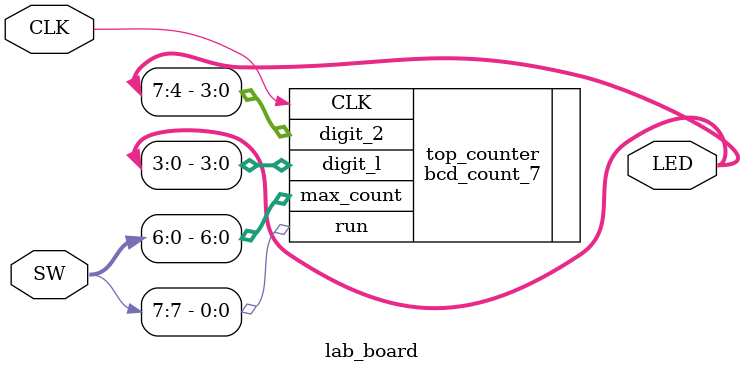
<source format=v>
`timescale 1ns / 1ps

module lab_board(LED, SW, CLK);

output  [7:0] LED;
input [7:0] SW;
input CLK;
//wire [3:0] ones;
//wire [3:0] tens;

//assign ones = LED[3:0];
//assign tens = LED[7:4];

bcd_count_7 top_counter( 
.max_count(SW[6:0]), 
.CLK(CLK), 
.run(SW[7]), 
.digit_l(LED[3:0]), 
.digit_2(LED[7:4]) 
); 


endmodule

</source>
